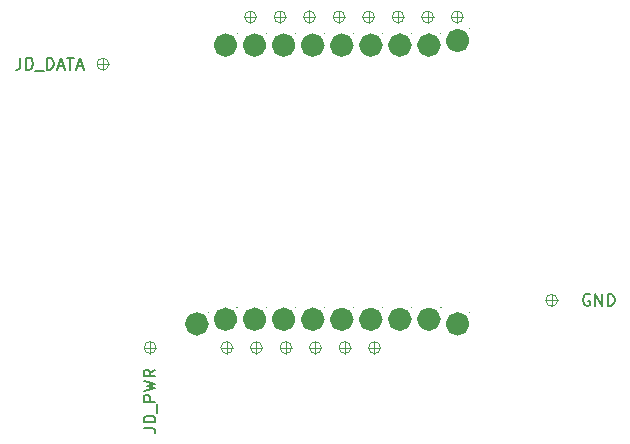
<source format=gbr>
%TF.GenerationSoftware,KiCad,Pcbnew,9.0.0*%
%TF.CreationDate,2025-03-25T13:50:56+00:00*%
%TF.ProjectId,vm_rp2040_pogo_mh_0.1,766d5f72-7032-4303-9430-5f706f676f5f,v0.1*%
%TF.SameCoordinates,Original*%
%TF.FileFunction,AssemblyDrawing,Top*%
%FSLAX45Y45*%
G04 Gerber Fmt 4.5, Leading zero omitted, Abs format (unit mm)*
G04 Created by KiCad (PCBNEW 9.0.0) date 2025-03-25 13:50:56*
%MOMM*%
%LPD*%
G01*
G04 APERTURE LIST*
%ADD10C,0.150000*%
%ADD11C,0.100000*%
%ADD12C,1.000000*%
%ADD13C,0.060000*%
G04 APERTURE END LIST*
D10*
X-1554518Y-2080952D02*
X-1483090Y-2080952D01*
X-1483090Y-2080952D02*
X-1468804Y-2085714D01*
X-1468804Y-2085714D02*
X-1459280Y-2095238D01*
X-1459280Y-2095238D02*
X-1454518Y-2109524D01*
X-1454518Y-2109524D02*
X-1454518Y-2119048D01*
X-1454518Y-2033333D02*
X-1554518Y-2033333D01*
X-1554518Y-2033333D02*
X-1554518Y-2009524D01*
X-1554518Y-2009524D02*
X-1549756Y-1995238D01*
X-1549756Y-1995238D02*
X-1540232Y-1985714D01*
X-1540232Y-1985714D02*
X-1530709Y-1980952D01*
X-1530709Y-1980952D02*
X-1511661Y-1976190D01*
X-1511661Y-1976190D02*
X-1497375Y-1976190D01*
X-1497375Y-1976190D02*
X-1478328Y-1980952D01*
X-1478328Y-1980952D02*
X-1468804Y-1985714D01*
X-1468804Y-1985714D02*
X-1459280Y-1995238D01*
X-1459280Y-1995238D02*
X-1454518Y-2009524D01*
X-1454518Y-2009524D02*
X-1454518Y-2033333D01*
X-1444994Y-1957143D02*
X-1444994Y-1880952D01*
X-1454518Y-1857143D02*
X-1554518Y-1857143D01*
X-1554518Y-1857143D02*
X-1554518Y-1819047D01*
X-1554518Y-1819047D02*
X-1549756Y-1809524D01*
X-1549756Y-1809524D02*
X-1544994Y-1804762D01*
X-1544994Y-1804762D02*
X-1535470Y-1800000D01*
X-1535470Y-1800000D02*
X-1521185Y-1800000D01*
X-1521185Y-1800000D02*
X-1511661Y-1804762D01*
X-1511661Y-1804762D02*
X-1506899Y-1809524D01*
X-1506899Y-1809524D02*
X-1502137Y-1819047D01*
X-1502137Y-1819047D02*
X-1502137Y-1857143D01*
X-1554518Y-1766666D02*
X-1454518Y-1742857D01*
X-1454518Y-1742857D02*
X-1525947Y-1723809D01*
X-1525947Y-1723809D02*
X-1454518Y-1704762D01*
X-1454518Y-1704762D02*
X-1554518Y-1680952D01*
X-1454518Y-1585714D02*
X-1502137Y-1619047D01*
X-1454518Y-1642857D02*
X-1554518Y-1642857D01*
X-1554518Y-1642857D02*
X-1554518Y-1604762D01*
X-1554518Y-1604762D02*
X-1549756Y-1595238D01*
X-1549756Y-1595238D02*
X-1544994Y-1590476D01*
X-1544994Y-1590476D02*
X-1535470Y-1585714D01*
X-1535470Y-1585714D02*
X-1521185Y-1585714D01*
X-1521185Y-1585714D02*
X-1511661Y-1590476D01*
X-1511661Y-1590476D02*
X-1506899Y-1595238D01*
X-1506899Y-1595238D02*
X-1502137Y-1604762D01*
X-1502137Y-1604762D02*
X-1502137Y-1642857D01*
X-2597619Y1054518D02*
X-2597619Y983090D01*
X-2597619Y983090D02*
X-2602381Y968804D01*
X-2602381Y968804D02*
X-2611905Y959280D01*
X-2611905Y959280D02*
X-2626191Y954518D01*
X-2626191Y954518D02*
X-2635714Y954518D01*
X-2550000Y954518D02*
X-2550000Y1054518D01*
X-2550000Y1054518D02*
X-2526191Y1054518D01*
X-2526191Y1054518D02*
X-2511905Y1049756D01*
X-2511905Y1049756D02*
X-2502381Y1040232D01*
X-2502381Y1040232D02*
X-2497619Y1030709D01*
X-2497619Y1030709D02*
X-2492857Y1011661D01*
X-2492857Y1011661D02*
X-2492857Y997375D01*
X-2492857Y997375D02*
X-2497619Y978328D01*
X-2497619Y978328D02*
X-2502381Y968804D01*
X-2502381Y968804D02*
X-2511905Y959280D01*
X-2511905Y959280D02*
X-2526191Y954518D01*
X-2526191Y954518D02*
X-2550000Y954518D01*
X-2473810Y944994D02*
X-2397619Y944994D01*
X-2373810Y954518D02*
X-2373810Y1054518D01*
X-2373810Y1054518D02*
X-2350000Y1054518D01*
X-2350000Y1054518D02*
X-2335714Y1049756D01*
X-2335714Y1049756D02*
X-2326191Y1040232D01*
X-2326191Y1040232D02*
X-2321429Y1030709D01*
X-2321429Y1030709D02*
X-2316667Y1011661D01*
X-2316667Y1011661D02*
X-2316667Y997375D01*
X-2316667Y997375D02*
X-2321429Y978328D01*
X-2321429Y978328D02*
X-2326191Y968804D01*
X-2326191Y968804D02*
X-2335714Y959280D01*
X-2335714Y959280D02*
X-2350000Y954518D01*
X-2350000Y954518D02*
X-2373810Y954518D01*
X-2278571Y983090D02*
X-2230952Y983090D01*
X-2288095Y954518D02*
X-2254762Y1054518D01*
X-2254762Y1054518D02*
X-2221429Y954518D01*
X-2202381Y1054518D02*
X-2145238Y1054518D01*
X-2173810Y954518D02*
X-2173810Y1054518D01*
X-2116667Y983090D02*
X-2069048Y983090D01*
X-2126190Y954518D02*
X-2092857Y1054518D01*
X-2092857Y1054518D02*
X-2059524Y954518D01*
X2223810Y-950244D02*
X2214286Y-945482D01*
X2214286Y-945482D02*
X2200000Y-945482D01*
X2200000Y-945482D02*
X2185714Y-950244D01*
X2185714Y-950244D02*
X2176191Y-959768D01*
X2176191Y-959768D02*
X2171429Y-969291D01*
X2171429Y-969291D02*
X2166667Y-988339D01*
X2166667Y-988339D02*
X2166667Y-1002625D01*
X2166667Y-1002625D02*
X2171429Y-1021672D01*
X2171429Y-1021672D02*
X2176191Y-1031196D01*
X2176191Y-1031196D02*
X2185714Y-1040720D01*
X2185714Y-1040720D02*
X2200000Y-1045482D01*
X2200000Y-1045482D02*
X2209524Y-1045482D01*
X2209524Y-1045482D02*
X2223810Y-1040720D01*
X2223810Y-1040720D02*
X2228571Y-1035958D01*
X2228571Y-1035958D02*
X2228571Y-1002625D01*
X2228571Y-1002625D02*
X2209524Y-1002625D01*
X2271429Y-1045482D02*
X2271429Y-945482D01*
X2271429Y-945482D02*
X2328571Y-1045482D01*
X2328571Y-1045482D02*
X2328571Y-945482D01*
X2376191Y-1045482D02*
X2376191Y-945482D01*
X2376191Y-945482D02*
X2400000Y-945482D01*
X2400000Y-945482D02*
X2414286Y-950244D01*
X2414286Y-950244D02*
X2423810Y-959768D01*
X2423810Y-959768D02*
X2428571Y-969291D01*
X2428571Y-969291D02*
X2433333Y-988339D01*
X2433333Y-988339D02*
X2433333Y-1002625D01*
X2433333Y-1002625D02*
X2428571Y-1021672D01*
X2428571Y-1021672D02*
X2423810Y-1031196D01*
X2423810Y-1031196D02*
X2414286Y-1040720D01*
X2414286Y-1040720D02*
X2400000Y-1045482D01*
X2400000Y-1045482D02*
X2376191Y-1045482D01*
D11*
%TO.C,GS9*%
X-150000Y1350000D02*
X-150000Y1450000D01*
X-100000Y1400000D02*
X-200000Y1400000D01*
X-100000Y1400000D02*
G75*
G02*
X-200000Y1400000I-50000J0D01*
G01*
X-200000Y1400000D02*
G75*
G02*
X-100000Y1400000I50000J0D01*
G01*
%TO.C,GS15*%
X-650000Y-1400000D02*
X-550000Y-1400000D01*
X-600000Y-1350000D02*
X-600000Y-1450000D01*
X-550000Y-1400000D02*
G75*
G02*
X-650000Y-1400000I-50000J0D01*
G01*
X-650000Y-1400000D02*
G75*
G02*
X-550000Y-1400000I50000J0D01*
G01*
D12*
%TO.C,J8*%
X911055Y1160663D02*
G75*
G02*
X811055Y1160663I-50000J0D01*
G01*
X811055Y1160663D02*
G75*
G02*
X911055Y1160663I50000J0D01*
G01*
D13*
X964055Y1260663D02*
G75*
G02*
X958055Y1260663I-3000J0D01*
G01*
X958055Y1260663D02*
G75*
G02*
X964055Y1260663I3000J0D01*
G01*
D12*
%TO.C,J10*%
X1153999Y-1199513D02*
G75*
G02*
X1053999Y-1199513I-50000J0D01*
G01*
X1053999Y-1199513D02*
G75*
G02*
X1153999Y-1199513I50000J0D01*
G01*
D13*
X1206999Y-1099513D02*
G75*
G02*
X1200999Y-1099513I-3000J0D01*
G01*
X1200999Y-1099513D02*
G75*
G02*
X1206999Y-1099513I3000J0D01*
G01*
D12*
%TO.C,J16*%
X-319001Y-1160513D02*
G75*
G02*
X-419001Y-1160513I-50000J0D01*
G01*
X-419001Y-1160513D02*
G75*
G02*
X-319001Y-1160513I50000J0D01*
G01*
D13*
X-266001Y-1060513D02*
G75*
G02*
X-272001Y-1060513I-3000J0D01*
G01*
X-272001Y-1060513D02*
G75*
G02*
X-266001Y-1060513I3000J0D01*
G01*
D12*
%TO.C,J4*%
X-72945Y1160663D02*
G75*
G02*
X-172945Y1160663I-50000J0D01*
G01*
X-172945Y1160663D02*
G75*
G02*
X-72945Y1160663I50000J0D01*
G01*
D13*
X-19945Y1260663D02*
G75*
G02*
X-25945Y1260663I-3000J0D01*
G01*
X-25945Y1260663D02*
G75*
G02*
X-19945Y1260663I3000J0D01*
G01*
D11*
%TO.C,GS13*%
X1100000Y1350000D02*
X1100000Y1450000D01*
X1150000Y1400000D02*
X1050000Y1400000D01*
X1150000Y1400000D02*
G75*
G02*
X1050000Y1400000I-50000J0D01*
G01*
X1050000Y1400000D02*
G75*
G02*
X1150000Y1400000I50000J0D01*
G01*
%TO.C,GS19*%
X350000Y-1400000D02*
X450000Y-1400000D01*
X400000Y-1350000D02*
X400000Y-1450000D01*
X450000Y-1400000D02*
G75*
G02*
X350000Y-1400000I-50000J0D01*
G01*
X350000Y-1400000D02*
G75*
G02*
X450000Y-1400000I50000J0D01*
G01*
D12*
%TO.C,J11*%
X910999Y-1160513D02*
G75*
G02*
X810999Y-1160513I-50000J0D01*
G01*
X810999Y-1160513D02*
G75*
G02*
X910999Y-1160513I50000J0D01*
G01*
D13*
X963999Y-1060513D02*
G75*
G02*
X957999Y-1060513I-3000J0D01*
G01*
X957999Y-1060513D02*
G75*
G02*
X963999Y-1060513I3000J0D01*
G01*
D12*
%TO.C,J17*%
X-565001Y-1160513D02*
G75*
G02*
X-665001Y-1160513I-50000J0D01*
G01*
X-665001Y-1160513D02*
G75*
G02*
X-565001Y-1160513I50000J0D01*
G01*
D13*
X-512001Y-1060513D02*
G75*
G02*
X-518001Y-1060513I-3000J0D01*
G01*
X-518001Y-1060513D02*
G75*
G02*
X-512001Y-1060513I3000J0D01*
G01*
D11*
%TO.C,GS18*%
X100000Y-1400000D02*
X200000Y-1400000D01*
X150000Y-1350000D02*
X150000Y-1450000D01*
X200000Y-1400000D02*
G75*
G02*
X100000Y-1400000I-50000J0D01*
G01*
X100000Y-1400000D02*
G75*
G02*
X200000Y-1400000I50000J0D01*
G01*
%TO.C,GS14*%
X-900000Y-1400000D02*
X-800000Y-1400000D01*
X-850000Y-1350000D02*
X-850000Y-1450000D01*
X-800000Y-1400000D02*
G75*
G02*
X-900000Y-1400000I-50000J0D01*
G01*
X-900000Y-1400000D02*
G75*
G02*
X-800000Y-1400000I50000J0D01*
G01*
D12*
%TO.C,J5*%
X173055Y1160663D02*
G75*
G02*
X73055Y1160663I-50000J0D01*
G01*
X73055Y1160663D02*
G75*
G02*
X173055Y1160663I50000J0D01*
G01*
D13*
X226055Y1260663D02*
G75*
G02*
X220055Y1260663I-3000J0D01*
G01*
X220055Y1260663D02*
G75*
G02*
X226055Y1260663I3000J0D01*
G01*
D12*
%TO.C,J6*%
X419055Y1160663D02*
G75*
G02*
X319055Y1160663I-50000J0D01*
G01*
X319055Y1160663D02*
G75*
G02*
X419055Y1160663I50000J0D01*
G01*
D13*
X472055Y1260663D02*
G75*
G02*
X466055Y1260663I-3000J0D01*
G01*
X466055Y1260663D02*
G75*
G02*
X472055Y1260663I3000J0D01*
G01*
D12*
%TO.C,J12*%
X664999Y-1160513D02*
G75*
G02*
X564999Y-1160513I-50000J0D01*
G01*
X564999Y-1160513D02*
G75*
G02*
X664999Y-1160513I50000J0D01*
G01*
D13*
X717999Y-1060513D02*
G75*
G02*
X711999Y-1060513I-3000J0D01*
G01*
X711999Y-1060513D02*
G75*
G02*
X717999Y-1060513I3000J0D01*
G01*
D11*
%TO.C,GS3*%
X-1550000Y-1400000D02*
X-1450000Y-1400000D01*
X-1500000Y-1350000D02*
X-1500000Y-1450000D01*
X-1450000Y-1400000D02*
G75*
G02*
X-1550000Y-1400000I-50000J0D01*
G01*
X-1550000Y-1400000D02*
G75*
G02*
X-1450000Y-1400000I50000J0D01*
G01*
D12*
%TO.C,J15*%
X-73001Y-1160513D02*
G75*
G02*
X-173001Y-1160513I-50000J0D01*
G01*
X-173001Y-1160513D02*
G75*
G02*
X-73001Y-1160513I50000J0D01*
G01*
D13*
X-20001Y-1060513D02*
G75*
G02*
X-26001Y-1060513I-3000J0D01*
G01*
X-26001Y-1060513D02*
G75*
G02*
X-20001Y-1060513I3000J0D01*
G01*
D11*
%TO.C,GS12*%
X850000Y1350000D02*
X850000Y1450000D01*
X900000Y1400000D02*
X800000Y1400000D01*
X900000Y1400000D02*
G75*
G02*
X800000Y1400000I-50000J0D01*
G01*
X800000Y1400000D02*
G75*
G02*
X900000Y1400000I50000J0D01*
G01*
%TO.C,GS1*%
X-1950000Y1000000D02*
X-1850000Y1000000D01*
X-1900000Y1050000D02*
X-1900000Y950000D01*
X-1850000Y1000000D02*
G75*
G02*
X-1950000Y1000000I-50000J0D01*
G01*
X-1950000Y1000000D02*
G75*
G02*
X-1850000Y1000000I50000J0D01*
G01*
%TO.C,GS2*%
X1850000Y-1000000D02*
X1950000Y-1000000D01*
X1900000Y-950000D02*
X1900000Y-1050000D01*
X1950000Y-1000000D02*
G75*
G02*
X1850000Y-1000000I-50000J0D01*
G01*
X1850000Y-1000000D02*
G75*
G02*
X1950000Y-1000000I50000J0D01*
G01*
%TO.C,GS5*%
X100000Y1350000D02*
X100000Y1450000D01*
X150000Y1400000D02*
X50000Y1400000D01*
X150000Y1400000D02*
G75*
G02*
X50000Y1400000I-50000J0D01*
G01*
X50000Y1400000D02*
G75*
G02*
X150000Y1400000I50000J0D01*
G01*
%TO.C,GS17*%
X-150000Y-1400000D02*
X-50000Y-1400000D01*
X-100000Y-1350000D02*
X-100000Y-1450000D01*
X-50000Y-1400000D02*
G75*
G02*
X-150000Y-1400000I-50000J0D01*
G01*
X-150000Y-1400000D02*
G75*
G02*
X-50000Y-1400000I50000J0D01*
G01*
D12*
%TO.C,J3*%
X-318945Y1160663D02*
G75*
G02*
X-418945Y1160663I-50000J0D01*
G01*
X-418945Y1160663D02*
G75*
G02*
X-318945Y1160663I50000J0D01*
G01*
D13*
X-265945Y1260663D02*
G75*
G02*
X-271945Y1260663I-3000J0D01*
G01*
X-271945Y1260663D02*
G75*
G02*
X-265945Y1260663I3000J0D01*
G01*
D12*
%TO.C,J7*%
X665055Y1160663D02*
G75*
G02*
X565055Y1160663I-50000J0D01*
G01*
X565055Y1160663D02*
G75*
G02*
X665055Y1160663I50000J0D01*
G01*
D13*
X718055Y1260663D02*
G75*
G02*
X712055Y1260663I-3000J0D01*
G01*
X712055Y1260663D02*
G75*
G02*
X718055Y1260663I3000J0D01*
G01*
D11*
%TO.C,GS8*%
X-650000Y1350000D02*
X-650000Y1450000D01*
X-600000Y1400000D02*
X-700000Y1400000D01*
X-600000Y1400000D02*
G75*
G02*
X-700000Y1400000I-50000J0D01*
G01*
X-700000Y1400000D02*
G75*
G02*
X-600000Y1400000I50000J0D01*
G01*
D12*
%TO.C,J19*%
X-1054001Y-1199513D02*
G75*
G02*
X-1154001Y-1199513I-50000J0D01*
G01*
X-1154001Y-1199513D02*
G75*
G02*
X-1054001Y-1199513I50000J0D01*
G01*
D13*
X-1001001Y-1099513D02*
G75*
G02*
X-1007001Y-1099513I-3000J0D01*
G01*
X-1007001Y-1099513D02*
G75*
G02*
X-1001001Y-1099513I3000J0D01*
G01*
D12*
%TO.C,J2*%
X-564945Y1160663D02*
G75*
G02*
X-664945Y1160663I-50000J0D01*
G01*
X-664945Y1160663D02*
G75*
G02*
X-564945Y1160663I50000J0D01*
G01*
D13*
X-511945Y1260663D02*
G75*
G02*
X-517945Y1260663I-3000J0D01*
G01*
X-517945Y1260663D02*
G75*
G02*
X-511945Y1260663I3000J0D01*
G01*
D11*
%TO.C,GS16*%
X-400000Y-1400000D02*
X-300000Y-1400000D01*
X-350000Y-1350000D02*
X-350000Y-1450000D01*
X-300000Y-1400000D02*
G75*
G02*
X-400000Y-1400000I-50000J0D01*
G01*
X-400000Y-1400000D02*
G75*
G02*
X-300000Y-1400000I50000J0D01*
G01*
%TO.C,GS11*%
X600000Y1350000D02*
X600000Y1450000D01*
X650000Y1400000D02*
X550000Y1400000D01*
X650000Y1400000D02*
G75*
G02*
X550000Y1400000I-50000J0D01*
G01*
X550000Y1400000D02*
G75*
G02*
X650000Y1400000I50000J0D01*
G01*
D12*
%TO.C,J1*%
X-810945Y1160663D02*
G75*
G02*
X-910945Y1160663I-50000J0D01*
G01*
X-910945Y1160663D02*
G75*
G02*
X-810945Y1160663I50000J0D01*
G01*
D13*
X-757945Y1260663D02*
G75*
G02*
X-763945Y1260663I-3000J0D01*
G01*
X-763945Y1260663D02*
G75*
G02*
X-757945Y1260663I3000J0D01*
G01*
D11*
%TO.C,GS4*%
X-450000Y1400000D02*
X-350000Y1400000D01*
X-400000Y1450000D02*
X-400000Y1350000D01*
X-350000Y1400000D02*
G75*
G02*
X-450000Y1400000I-50000J0D01*
G01*
X-450000Y1400000D02*
G75*
G02*
X-350000Y1400000I50000J0D01*
G01*
%TO.C,GS10*%
X350000Y1350000D02*
X350000Y1450000D01*
X400000Y1400000D02*
X300000Y1400000D01*
X400000Y1400000D02*
G75*
G02*
X300000Y1400000I-50000J0D01*
G01*
X300000Y1400000D02*
G75*
G02*
X400000Y1400000I50000J0D01*
G01*
D12*
%TO.C,J14*%
X172999Y-1160513D02*
G75*
G02*
X72999Y-1160513I-50000J0D01*
G01*
X72999Y-1160513D02*
G75*
G02*
X172999Y-1160513I50000J0D01*
G01*
D13*
X225999Y-1060513D02*
G75*
G02*
X219999Y-1060513I-3000J0D01*
G01*
X219999Y-1060513D02*
G75*
G02*
X225999Y-1060513I3000J0D01*
G01*
D12*
%TO.C,J9*%
X1154055Y1199663D02*
G75*
G02*
X1054055Y1199663I-50000J0D01*
G01*
X1054055Y1199663D02*
G75*
G02*
X1154055Y1199663I50000J0D01*
G01*
D13*
X1207055Y1299663D02*
G75*
G02*
X1201055Y1299663I-3000J0D01*
G01*
X1201055Y1299663D02*
G75*
G02*
X1207055Y1299663I3000J0D01*
G01*
D12*
%TO.C,J18*%
X-811001Y-1160513D02*
G75*
G02*
X-911001Y-1160513I-50000J0D01*
G01*
X-911001Y-1160513D02*
G75*
G02*
X-811001Y-1160513I50000J0D01*
G01*
D13*
X-758001Y-1060513D02*
G75*
G02*
X-764001Y-1060513I-3000J0D01*
G01*
X-764001Y-1060513D02*
G75*
G02*
X-758001Y-1060513I3000J0D01*
G01*
D12*
%TO.C,J13*%
X418999Y-1160513D02*
G75*
G02*
X318999Y-1160513I-50000J0D01*
G01*
X318999Y-1160513D02*
G75*
G02*
X418999Y-1160513I50000J0D01*
G01*
D13*
X471999Y-1060513D02*
G75*
G02*
X465999Y-1060513I-3000J0D01*
G01*
X465999Y-1060513D02*
G75*
G02*
X471999Y-1060513I3000J0D01*
G01*
%TD*%
M02*

</source>
